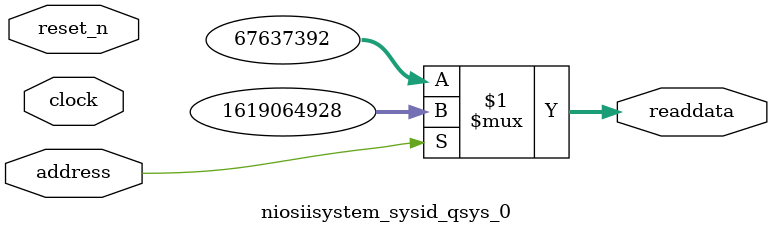
<source format=v>



// synthesis translate_off
`timescale 1ns / 1ps
// synthesis translate_on

// turn off superfluous verilog processor warnings 
// altera message_level Level1 
// altera message_off 10034 10035 10036 10037 10230 10240 10030 

module niosiisystem_sysid_qsys_0 (
               // inputs:
                address,
                clock,
                reset_n,

               // outputs:
                readdata
             )
;

  output  [ 31: 0] readdata;
  input            address;
  input            clock;
  input            reset_n;

  wire    [ 31: 0] readdata;
  //control_slave, which is an e_avalon_slave
  assign readdata = address ? 1619064928 : 67637392;

endmodule



</source>
